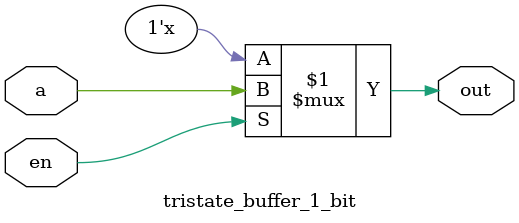
<source format=sv>
module tristate_buffer_1_bit (
    input  wire a,
    input  wire en,
    output wire out
);


// Tristate buffer logic
assign out = (en) ? a : 'z;

endmodule
</source>
